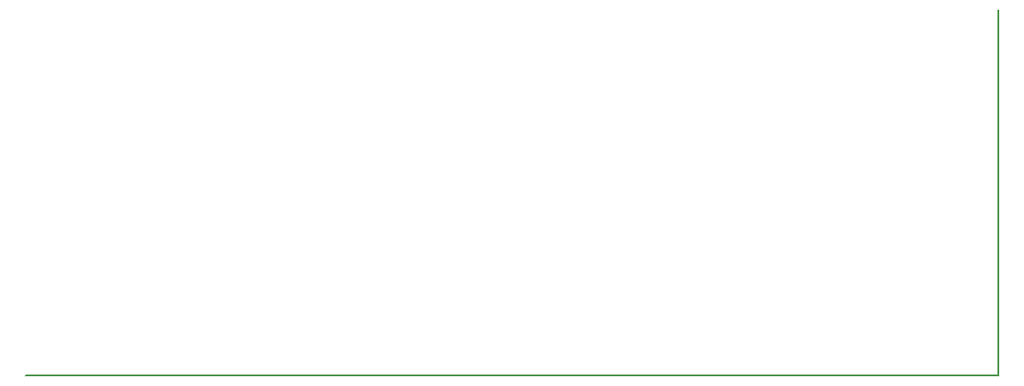
<source format=gbr>
G04 #@! TF.GenerationSoftware,KiCad,Pcbnew,8.0.4*
G04 #@! TF.CreationDate,2025-01-01T16:22:17-06:00*
G04 #@! TF.ProjectId,HVBoard,4856426f-6172-4642-9e6b-696361645f70,rev?*
G04 #@! TF.SameCoordinates,Original*
G04 #@! TF.FileFunction,OtherDrawing,Comment*
%FSLAX46Y46*%
G04 Gerber Fmt 4.6, Leading zero omitted, Abs format (unit mm)*
G04 Created by KiCad (PCBNEW 8.0.4) date 2025-01-01 16:22:17*
%MOMM*%
%LPD*%
G01*
G04 APERTURE LIST*
%ADD10C,0.200000*%
G04 APERTURE END LIST*
D10*
X-2000000Y-47000000D02*
X23000000Y-47000000D01*
X91000000Y-47000000D02*
X23000000Y-47000000D01*
X91000000Y-12000000D02*
X91000000Y-47000000D01*
M02*

</source>
